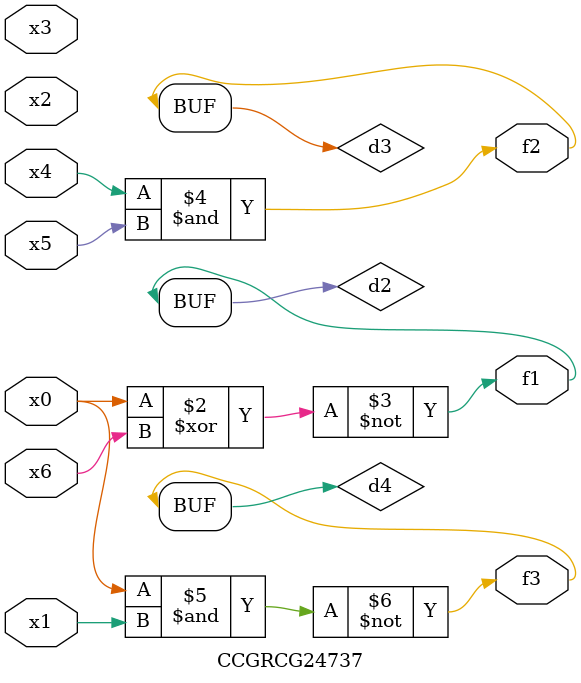
<source format=v>
module CCGRCG24737(
	input x0, x1, x2, x3, x4, x5, x6,
	output f1, f2, f3
);

	wire d1, d2, d3, d4;

	nor (d1, x0);
	xnor (d2, x0, x6);
	and (d3, x4, x5);
	nand (d4, x0, x1);
	assign f1 = d2;
	assign f2 = d3;
	assign f3 = d4;
endmodule

</source>
